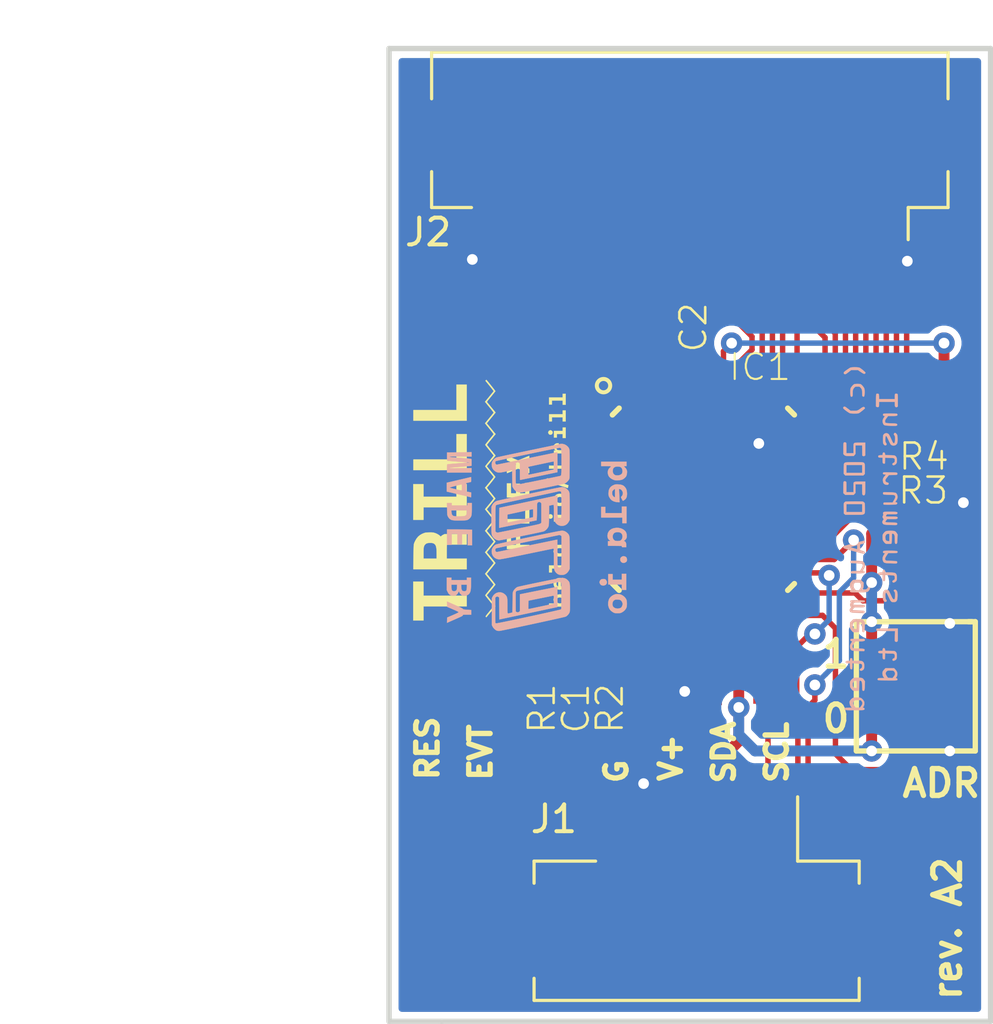
<source format=kicad_pcb>
(kicad_pcb (version 20171130) (host pcbnew "(5.1.8-0-10_14)")
  (layers (0 F.Cu signal) (31 B.Cu signal) (34 B.Paste user) (35 F.Paste user) (36 B.SilkS user) (37 F.SilkS user) (38 B.Mask user) (39 F.Mask user) (44 Edge.Cuts user))
  (net 0 "")
  (net 1 GND)
  (net 2 VCC)
  (net 3 "Net-(C2-Pad1)")
  (net 4 /EVENT)
  (net 5 /SENSE19)
  (net 6 /SENSE20)
  (net 7 /SENSE21)
  (net 8 /SENSE22)
  (net 9 /SENSE23)
  (net 10 /SENSE24)
  (net 11 /SENSE29)
  (net 12 /SENSE30)
  (net 13 "Net-(IC1-Pad17)")
  (net 14 /SENSE4)
  (net 15 /SENSE5)
  (net 16 /SENSE6)
  (net 17 /SENSE7)
  (net 18 /SENSE8)
  (net 19 /SENSE9)
  (net 20 /SENSE10)
  (net 21 /SENSE11)
  (net 22 /SENSE16)
  (net 23 /SENSE17)
  (net 24 /SENSE18)
  (net 25 /SENSE25)
  (net 26 /SENSE26)
  (net 27 /SENSE27)
  (net 28 /SENSE28)
  (net 29 "Net-(IC1-Pad22)")
  (net 30 "Net-(IC1-Pad23)")
  (net 31 "Net-(IC1-Pad24)")
  (net 32 /SENSE1)
  (net 33 /XRES)
  (net 34 /SENSE2)
  (net 35 /SENSE3)
  (net 36 /SENSE12)
  (net 37 /SENSE13)
  (net 38 /SENSE14)
  (net 39 /SENSE15)
  (net 40 /I2C_SCL)
  (net 41 /I2C_SDA)
  (module trill-flex-breakout:flex_silkscreen_bottom (layer B.Cu) (at 180.848 43.18)
    (fp_text reference G*** hide)
    (fp_text value LOGO hide)
  )
  (module trill-flex-breakout:flex_silkscreen_top (layer F.Cu) (at 183.896 45.085)
    (fp_text reference G*** hide)
    (fp_text value LOGO hide)
  )
  (module Connector_FFC-FPC:Hirose_FH12-32S-0.5SH_1x32-1MP_P0.50mm_Horizontal (layer F.Cu) (at 181.5084 29.5148 180)
    (fp_text reference J2 (at 9.779 -2.2225) (layer F.SilkS))
    (fp_text value Conn_01x32)
    (pad MP smd rect (at 9.65 1.4 180) (size 1.8 2.2) (layers F.Cu F.Paste F.Mask))
    (pad MP smd rect (at -9.65 1.4 180) (size 1.8 2.2) (layers F.Cu F.Paste F.Mask))
    (pad 1 smd rect (at -7.75 -1.85 180) (size 0.3 1.3) (layers F.Cu F.Paste F.Mask) (net 1 GND))
    (pad 2 smd rect (at -7.25 -1.85 180) (size 0.3 1.3) (layers F.Cu F.Paste F.Mask) (net 32 /SENSE1))
    (pad 3 smd rect (at -6.75 -1.85 180) (size 0.3 1.3) (layers F.Cu F.Paste F.Mask) (net 34 /SENSE2))
    (pad 4 smd rect (at -6.25 -1.85 180) (size 0.3 1.3) (layers F.Cu F.Paste F.Mask) (net 35 /SENSE3))
    (pad 5 smd rect (at -5.75 -1.85 180) (size 0.3 1.3) (layers F.Cu F.Paste F.Mask) (net 14 /SENSE4))
    (pad 6 smd rect (at -5.25 -1.85 180) (size 0.3 1.3) (layers F.Cu F.Paste F.Mask) (net 15 /SENSE5))
    (pad 7 smd rect (at -4.75 -1.85 180) (size 0.3 1.3) (layers F.Cu F.Paste F.Mask) (net 16 /SENSE6))
    (pad 8 smd rect (at -4.25 -1.85 180) (size 0.3 1.3) (layers F.Cu F.Paste F.Mask) (net 17 /SENSE7))
    (pad 9 smd rect (at -3.75 -1.85 180) (size 0.3 1.3) (layers F.Cu F.Paste F.Mask) (net 18 /SENSE8))
    (pad 10 smd rect (at -3.25 -1.85 180) (size 0.3 1.3) (layers F.Cu F.Paste F.Mask) (net 19 /SENSE9))
    (pad 11 smd rect (at -2.75 -1.85 180) (size 0.3 1.3) (layers F.Cu F.Paste F.Mask) (net 20 /SENSE10))
    (pad 12 smd rect (at -2.25 -1.85 180) (size 0.3 1.3) (layers F.Cu F.Paste F.Mask) (net 21 /SENSE11))
    (pad 13 smd rect (at -1.75 -1.85 180) (size 0.3 1.3) (layers F.Cu F.Paste F.Mask) (net 36 /SENSE12))
    (pad 14 smd rect (at -1.25 -1.85 180) (size 0.3 1.3) (layers F.Cu F.Paste F.Mask) (net 37 /SENSE13))
    (pad 15 smd rect (at -0.75 -1.85 180) (size 0.3 1.3) (layers F.Cu F.Paste F.Mask) (net 38 /SENSE14))
    (pad 16 smd rect (at -0.25 -1.85 180) (size 0.3 1.3) (layers F.Cu F.Paste F.Mask) (net 39 /SENSE15))
    (pad 17 smd rect (at 0.25 -1.85 180) (size 0.3 1.3) (layers F.Cu F.Paste F.Mask) (net 22 /SENSE16))
    (pad 18 smd rect (at 0.75 -1.85 180) (size 0.3 1.3) (layers F.Cu F.Paste F.Mask) (net 23 /SENSE17))
    (pad 19 smd rect (at 1.25 -1.85 180) (size 0.3 1.3) (layers F.Cu F.Paste F.Mask) (net 24 /SENSE18))
    (pad 20 smd rect (at 1.75 -1.85 180) (size 0.3 1.3) (layers F.Cu F.Paste F.Mask) (net 5 /SENSE19))
    (pad 21 smd rect (at 2.25 -1.85 180) (size 0.3 1.3) (layers F.Cu F.Paste F.Mask) (net 6 /SENSE20))
    (pad 22 smd rect (at 2.75 -1.85 180) (size 0.3 1.3) (layers F.Cu F.Paste F.Mask) (net 7 /SENSE21))
    (pad 23 smd rect (at 3.25 -1.85 180) (size 0.3 1.3) (layers F.Cu F.Paste F.Mask) (net 8 /SENSE22))
    (pad 24 smd rect (at 3.75 -1.85 180) (size 0.3 1.3) (layers F.Cu F.Paste F.Mask) (net 9 /SENSE23))
    (pad 25 smd rect (at 4.25 -1.85 180) (size 0.3 1.3) (layers F.Cu F.Paste F.Mask) (net 10 /SENSE24))
    (pad 26 smd rect (at 4.75 -1.85 180) (size 0.3 1.3) (layers F.Cu F.Paste F.Mask) (net 25 /SENSE25))
    (pad 27 smd rect (at 5.25 -1.85 180) (size 0.3 1.3) (layers F.Cu F.Paste F.Mask) (net 26 /SENSE26))
    (pad 28 smd rect (at 5.75 -1.85 180) (size 0.3 1.3) (layers F.Cu F.Paste F.Mask) (net 27 /SENSE27))
    (pad 29 smd rect (at 6.25 -1.85 180) (size 0.3 1.3) (layers F.Cu F.Paste F.Mask) (net 28 /SENSE28))
    (pad 30 smd rect (at 6.75 -1.85 180) (size 0.3 1.3) (layers F.Cu F.Paste F.Mask) (net 11 /SENSE29))
    (pad 31 smd rect (at 7.25 -1.85 180) (size 0.3 1.3) (layers F.Cu F.Paste F.Mask) (net 12 /SENSE30))
    (pad 32 smd rect (at 7.75 -1.85 180) (size 0.3 1.3) (layers F.Cu F.Paste F.Mask) (net 1 GND))
  )
  (module Connectors_JST:JST_PH_B4B-PH-SM4-TB_04x2.00mm_Straight (layer F.Cu) (at 181.7624 56.6928 180)
    (fp_text reference J1 (at 5.334 3.048 180) (layer F.SilkS))
    (fp_text value Conn_01x04_Female)
    (pad "" smd rect (at 5.4 -1.125 180) (size 1.6 3) (layers F.Cu F.Paste F.Mask))
    (pad "" smd rect (at -5.4 -1.125 180) (size 1.6 3) (layers F.Cu F.Paste F.Mask))
    (pad 4 smd rect (at 3 1.125 180) (size 1 5.5) (layers F.Cu F.Paste F.Mask) (net 1 GND))
    (pad 3 smd rect (at 1 1.125 180) (size 1 5.5) (layers F.Cu F.Paste F.Mask) (net 2 VCC))
    (pad 2 smd rect (at -1 1.125 180) (size 1 5.5) (layers F.Cu F.Paste F.Mask) (net 41 /I2C_SDA))
    (pad 1 smd rect (at -3 1.125 180) (size 1 5.5) (layers F.Cu F.Paste F.Mask) (net 40 /I2C_SCL))
  )
  (module trill-flex-base:C0603 (layer F.Cu) (at 182.2069 47.9933 90)
    (fp_text reference C1 (at -0.5207 -5.5245 270) (layer F.SilkS) (effects (font (size 0.9652 0.9652) (thickness 0.09652)) (justify right top)))
    (fp_text value C-USC0603)
    (pad 1 smd rect (at -0.85 0 90) (size 1.1 1) (layers F.Cu F.Paste F.Mask) (net 1 GND))
    (pad 2 smd rect (at 0.85 0 90) (size 1.1 1) (layers F.Cu F.Paste F.Mask) (net 2 VCC))
  )
  (module trill-flex-base:C0603 (layer F.Cu) (at 179.7304 35.6108 270)
    (fp_text reference C2 (at 0.6858 -1.3462 270) (layer F.SilkS) (effects (font (size 0.9652 0.9652) (thickness 0.09652)) (justify left top)))
    (fp_text value C-USC0603)
    (pad 2 smd rect (at 0.85 0 270) (size 1.1 1) (layers F.Cu F.Paste F.Mask) (net 1 GND))
    (pad 1 smd rect (at -0.85 0 270) (size 1.1 1) (layers F.Cu F.Paste F.Mask) (net 3 "Net-(C2-Pad1)"))
  )
  (module trill-flex-base:QFN48-LEADS (layer F.Cu) (at 182.0164 41.7068)
    (fp_text reference IC1 (at 0.889 -4.3688) (layer F.SilkS) (effects (font (size 0.9652 0.9652) (thickness 0.077216)) (justify left bottom)))
    (fp_text value CY8C206X6A)
    (pad 1 smd roundrect (at -3.5 -2.75) (size 1.1 0.3) (layers F.Cu F.Mask) (roundrect_rratio 0.5))
    (pad 2 smd roundrect (at -3.5 -2.25) (size 1.1 0.3) (layers F.Cu F.Mask) (roundrect_rratio 0.5) (net 24 /SENSE18))
    (pad 3 smd roundrect (at -3.5 -1.75) (size 1.1 0.3) (layers F.Cu F.Mask) (roundrect_rratio 0.5) (net 5 /SENSE19))
    (pad 4 smd roundrect (at -3.5 -1.25) (size 1.1 0.3) (layers F.Cu F.Mask) (roundrect_rratio 0.5) (net 6 /SENSE20))
    (pad 5 smd roundrect (at -3.5 -0.75) (size 1.1 0.3) (layers F.Cu F.Mask) (roundrect_rratio 0.5) (net 7 /SENSE21))
    (pad 6 smd roundrect (at -3.5 -0.25) (size 1.1 0.3) (layers F.Cu F.Mask) (roundrect_rratio 0.5) (net 8 /SENSE22))
    (pad 7 smd roundrect (at -3.5 0.25) (size 1.1 0.3) (layers F.Cu F.Mask) (roundrect_rratio 0.5) (net 9 /SENSE23))
    (pad 8 smd roundrect (at -3.5 0.75) (size 1.1 0.3) (layers F.Cu F.Mask) (roundrect_rratio 0.5) (net 10 /SENSE24))
    (pad 13 smd roundrect (at -2.75 3.5 90) (size 1.1 0.3) (layers F.Cu F.Mask) (roundrect_rratio 0.5) (net 11 /SENSE29))
    (pad 14 smd roundrect (at -2.25 3.5 90) (size 1.1 0.3) (layers F.Cu F.Mask) (roundrect_rratio 0.5))
    (pad 15 smd roundrect (at -1.75 3.5 90) (size 1.1 0.3) (layers F.Cu F.Mask) (roundrect_rratio 0.5))
    (pad 16 smd roundrect (at -1.25 3.5 90) (size 1.1 0.3) (layers F.Cu F.Mask) (roundrect_rratio 0.5) (net 12 /SENSE30))
    (pad 17 smd roundrect (at -0.75 3.5 90) (size 1.1 0.3) (layers F.Cu F.Mask) (roundrect_rratio 0.5) (net 13 "Net-(IC1-Pad17)"))
    (pad 18 smd roundrect (at -0.25 3.5 90) (size 1.1 0.3) (layers F.Cu F.Mask) (roundrect_rratio 0.5) (net 1 GND))
    (pad 19 smd roundrect (at 0.25 3.5 90) (size 1.1 0.3) (layers F.Cu F.Mask) (roundrect_rratio 0.5))
    (pad 20 smd roundrect (at 0.75 3.5 90) (size 1.1 0.3) (layers F.Cu F.Mask) (roundrect_rratio 0.5))
    (pad 29 smd roundrect (at 3.5 0.75 180) (size 1.1 0.3) (layers F.Cu F.Mask) (roundrect_rratio 0.5) (net 35 /SENSE3))
    (pad 30 smd roundrect (at 3.5 0.25 180) (size 1.1 0.3) (layers F.Cu F.Mask) (roundrect_rratio 0.5) (net 14 /SENSE4))
    (pad 31 smd roundrect (at 3.5 -0.25 180) (size 1.1 0.3) (layers F.Cu F.Mask) (roundrect_rratio 0.5) (net 15 /SENSE5))
    (pad 32 smd roundrect (at 3.5 -0.75 180) (size 1.1 0.3) (layers F.Cu F.Mask) (roundrect_rratio 0.5) (net 16 /SENSE6))
    (pad 33 smd roundrect (at 3.5 -1.25 180) (size 1.1 0.3) (layers F.Cu F.Mask) (roundrect_rratio 0.5) (net 17 /SENSE7))
    (pad 34 smd roundrect (at 3.5 -1.75 180) (size 1.1 0.3) (layers F.Cu F.Mask) (roundrect_rratio 0.5) (net 18 /SENSE8))
    (pad 35 smd roundrect (at 3.5 -2.25 180) (size 1.1 0.3) (layers F.Cu F.Mask) (roundrect_rratio 0.5) (net 19 /SENSE9))
    (pad 36 smd roundrect (at 3.5 -2.75 180) (size 1.1 0.3) (layers F.Cu F.Mask) (roundrect_rratio 0.5) (net 20 /SENSE10))
    (pad 41 smd roundrect (at 0.75 -3.5 270) (size 1.1 0.3) (layers F.Cu F.Mask) (roundrect_rratio 0.5) (net 2 VCC))
    (pad 42 smd roundrect (at 0.25 -3.5 270) (size 1.1 0.3) (layers F.Cu F.Mask) (roundrect_rratio 0.5))
    (pad 43 smd roundrect (at -0.25 -3.5 270) (size 1.1 0.3) (layers F.Cu F.Mask) (roundrect_rratio 0.5))
    (pad 44 smd roundrect (at -0.75 -3.5 270) (size 1.1 0.3) (layers F.Cu F.Mask) (roundrect_rratio 0.5) (net 39 /SENSE15))
    (pad 45 smd roundrect (at -1.25 -3.5 270) (size 1.1 0.3) (layers F.Cu F.Mask) (roundrect_rratio 0.5) (net 22 /SENSE16))
    (pad 46 smd roundrect (at -1.75 -3.5 270) (size 1.1 0.3) (layers F.Cu F.Mask) (roundrect_rratio 0.5) (net 23 /SENSE17))
    (pad 47 smd roundrect (at -2.25 -3.5 270) (size 1.1 0.3) (layers F.Cu F.Mask) (roundrect_rratio 0.5) (net 1 GND))
    (pad 48 smd roundrect (at -2.75 -3.5 270) (size 1.1 0.3) (layers F.Cu F.Mask) (roundrect_rratio 0.5) (net 3 "Net-(C2-Pad1)"))
    (pad EXP smd rect (at 0 0) (size 5.33 5.33) (layers F.Cu F.Mask) (net 1 GND))
    (pad 9 smd roundrect (at -3.5 1.25) (size 1.1 0.3) (layers F.Cu F.Mask) (roundrect_rratio 0.5) (net 25 /SENSE25))
    (pad 10 smd roundrect (at -3.5 1.75) (size 1.1 0.3) (layers F.Cu F.Mask) (roundrect_rratio 0.5) (net 26 /SENSE26))
    (pad 11 smd roundrect (at -3.5 2.25) (size 1.1 0.3) (layers F.Cu F.Mask) (roundrect_rratio 0.5) (net 27 /SENSE27))
    (pad 12 smd roundrect (at -3.5 2.75) (size 1.1 0.3) (layers F.Cu F.Mask) (roundrect_rratio 0.5) (net 28 /SENSE28))
    (pad 21 smd roundrect (at 1.25 3.5 90) (size 1.1 0.3) (layers F.Cu F.Mask) (roundrect_rratio 0.5) (net 2 VCC))
    (pad 22 smd roundrect (at 1.75 3.5 90) (size 1.1 0.3) (layers F.Cu F.Mask) (roundrect_rratio 0.5) (net 29 "Net-(IC1-Pad22)"))
    (pad 23 smd roundrect (at 2.25 3.5 90) (size 1.1 0.3) (layers F.Cu F.Mask) (roundrect_rratio 0.5) (net 30 "Net-(IC1-Pad23)"))
    (pad 24 smd roundrect (at 2.75 3.5 90) (size 1.1 0.3) (layers F.Cu F.Mask) (roundrect_rratio 0.5) (net 31 "Net-(IC1-Pad24)"))
    (pad 25 smd roundrect (at 3.5 2.75 180) (size 1.1 0.3) (layers F.Cu F.Mask) (roundrect_rratio 0.5) (net 4 /EVENT))
    (pad 26 smd roundrect (at 3.5 2.25 180) (size 1.1 0.3) (layers F.Cu F.Mask) (roundrect_rratio 0.5) (net 33 /XRES))
    (pad 27 smd roundrect (at 3.5 1.75 180) (size 1.1 0.3) (layers F.Cu F.Mask) (roundrect_rratio 0.5) (net 32 /SENSE1))
    (pad 28 smd roundrect (at 3.5 1.25 180) (size 1.1 0.3) (layers F.Cu F.Mask) (roundrect_rratio 0.5) (net 34 /SENSE2))
    (pad 37 smd roundrect (at 2.75 -3.5 270) (size 1.1 0.3) (layers F.Cu F.Mask) (roundrect_rratio 0.5) (net 21 /SENSE11))
    (pad 38 smd roundrect (at 2.25 -3.5 270) (size 1.1 0.3) (layers F.Cu F.Mask) (roundrect_rratio 0.5) (net 36 /SENSE12))
    (pad 39 smd roundrect (at 1.75 -3.5 270) (size 1.1 0.3) (layers F.Cu F.Mask) (roundrect_rratio 0.5) (net 37 /SENSE13))
    (pad 40 smd roundrect (at 1.25 -3.5 270) (size 1.1 0.3) (layers F.Cu F.Mask) (roundrect_rratio 0.5) (net 38 /SENSE14))
  )
  (module trill-flex-base:JST_PH02x2.00mm_only_pins (layer F.Cu) (at 172.6184 54.5518)
    (fp_text reference J3 hide)
    (fp_text value Conn_01x02_Female)
    (pad 2 smd rect (at 1.032 1.125) (size 1 5.5) (layers F.Cu F.Paste F.Mask) (net 4 /EVENT))
    (pad 1 smd rect (at -0.968 1.125) (size 1 5.5) (layers F.Cu F.Paste F.Mask) (net 33 /XRES))
  )
  (module trill-flex-base:DOUBLE_SOLDER_JUMPER (layer F.Cu) (at 188.8174 49.8983)
    (fp_text reference Jumper0 hide)
    (fp_text value Conn_01x03_Female hide)
    (pad 3 smd rect (at 2.4003 0) (size 1 1.2) (layers F.Cu F.Paste F.Mask) (net 1 GND))
    (pad 2 smd rect (at 1.2 0) (size 1 1.2) (layers F.Cu F.Paste F.Mask) (net 30 "Net-(IC1-Pad23)"))
    (pad 1 smd rect (at 0 0) (size 1 1.2) (layers F.Cu F.Paste F.Mask) (net 2 VCC))
  )
  (module trill-flex-base:DOUBLE_SOLDER_JUMPER (layer F.Cu) (at 188.8174 47.5488)
    (fp_text reference Jumper1 hide)
    (fp_text value Conn_01x03_Female hide)
    (pad 1 smd rect (at 0 0) (size 1 1.2) (layers F.Cu F.Paste F.Mask) (net 2 VCC))
    (pad 2 smd rect (at 1.2 0) (size 1 1.2) (layers F.Cu F.Paste F.Mask) (net 31 "Net-(IC1-Pad24)"))
    (pad 3 smd rect (at 2.4003 0) (size 1 1.2) (layers F.Cu F.Paste F.Mask) (net 1 GND))
  )
  (module trill-flex-base:R0603 (layer F.Cu) (at 179.9844 47.9933 270)
    (fp_text reference R1 (at 0.5207 4.572 270) (layer F.SilkS) (effects (font (size 0.9652 0.9652) (thickness 0.09652)) (justify right top)))
    (fp_text value R-EU_R0603)
    (pad 1 smd rect (at -0.85 0 270) (size 1 1.1) (layers F.Cu F.Paste F.Mask) (net 13 "Net-(IC1-Pad17)"))
    (pad 2 smd rect (at 0.85 0 270) (size 1 1.1) (layers F.Cu F.Paste F.Mask) (net 40 /I2C_SCL))
  )
  (module trill-flex-base:R0603 (layer F.Cu) (at 184.4294 47.9933 270)
    (fp_text reference R2 (at 0.5207 6.477 270) (layer F.SilkS) (effects (font (size 0.9652 0.9652) (thickness 0.09652)) (justify right top)))
    (fp_text value R-EU_R0603)
    (pad 2 smd rect (at 0.85 0 270) (size 1 1.1) (layers F.Cu F.Paste F.Mask) (net 41 /I2C_SDA))
    (pad 1 smd rect (at -0.85 0 270) (size 1 1.1) (layers F.Cu F.Paste F.Mask) (net 29 "Net-(IC1-Pad22)"))
  )
  (module trill-flex-base:R0603 (layer F.Cu) (at 190.9064 44.7548)
    (fp_text reference R3 (at 0.3302 -3.937 -180) (layer F.SilkS) (effects (font (size 0.9652 0.9652) (thickness 0.09652)) (justify right top)))
    (fp_text value R-EU_R0603)
    (pad 2 smd rect (at 0.85 0) (size 1 1.1) (layers F.Cu F.Paste F.Mask) (net 1 GND))
    (pad 1 smd rect (at -0.85 0) (size 1 1.1) (layers F.Cu F.Paste F.Mask) (net 30 "Net-(IC1-Pad23)"))
  )
  (module trill-flex-base:R0603 (layer F.Cu) (at 190.9064 42.9768)
    (fp_text reference R4 (at 0.3556 -3.429 -180) (layer F.SilkS) (effects (font (size 0.9652 0.9652) (thickness 0.09652)) (justify right top)))
    (fp_text value R-EU_R0603)
    (pad 1 smd rect (at -0.85 0) (size 1 1.1) (layers F.Cu F.Paste F.Mask) (net 31 "Net-(IC1-Pad24)"))
    (pad 2 smd rect (at 0.85 0) (size 1 1.1) (layers F.Cu F.Paste F.Mask) (net 1 GND))
  )
  (gr_text SCL (at 184.7596 51.1556 90) (layer F.SilkS) (effects (font (size 0.8 0.8) (thickness 0.2))))
  (gr_text SDA (at 182.7784 51.1556 90) (layer F.SilkS) (effects (font (size 0.8 0.8) (thickness 0.2))))
  (gr_text V+ (at 180.7972 51.3588 90) (layer F.SilkS) (effects (font (size 0.8 0.8) (thickness 0.2))))
  (gr_text G (at 178.7652 51.8668 90) (layer F.SilkS) (effects (font (size 0.8 0.8) (thickness 0.2))))
  (gr_text EVT (at 173.6852 51.1556 90) (layer F.SilkS) (effects (font (size 0.8 0.8) (thickness 0.2))))
  (gr_text RES (at 171.704 51.0032 90) (layer F.SilkS) (effects (font (size 0.8 0.8) (thickness 0.2))))
  (gr_text "rev. A2" (at 191.135 57.7342 90) (layer F.SilkS) (effects (font (size 1 1) (thickness 0.2))))
  (gr_text ADR (at 190.9064 52.3113) (layer F.SilkS) (effects (font (size 1 1) (thickness 0.2))))
  (gr_text 1 (at 186.9694 47.4853) (layer F.SilkS) (effects (font (size 1 1) (thickness 0.2))))
  (gr_text 0 (at 186.9694 49.8983) (layer F.SilkS) (effects (font (size 1 1) (thickness 0.2))))
  (gr_line (start 192.1764 46.2788) (end 191.9224 46.2788) (layer F.SilkS) (width 0.2))
  (gr_line (start 192.1764 51.1048) (end 192.1764 46.2788) (layer F.SilkS) (width 0.2))
  (gr_line (start 187.7314 51.1048) (end 192.1764 51.1048) (layer F.SilkS) (width 0.2))
  (gr_line (start 187.7314 46.2788) (end 192.0494 46.2788) (layer F.SilkS) (width 0.2))
  (gr_line (start 187.7314 51.1048) (end 187.7314 46.2788) (layer F.SilkS) (width 0.2))
  (gr_circle (center 178.2826 37.465) (end 178.5112 37.5666) (layer F.SilkS) (width 0.15))
  (gr_line (start 170.2689 61.2013) (end 172.2374 61.2013) (layer Edge.Cuts) (width 0.2))
  (gr_line (start 170.2689 24.8793) (end 170.2689 61.2013) (layer Edge.Cuts) (width 0.2))
  (gr_line (start 192.7479 61.2013) (end 172.2374 61.2013) (layer Edge.Cuts) (width 0.2))
  (gr_line (start 192.7479 24.8793) (end 192.7479 61.2013) (layer Edge.Cuts) (width 0.2))
  (gr_line (start 170.2689 24.8793) (end 192.7479 24.8793) (layer Edge.Cuts) (width 0.2))
  (segment (start 179.7664 36.4968) (end 179.7304 36.4608) (width 0.25) (layer F.Cu) (net 1))
  (segment (start 179.7304 39.4208) (end 180.0479 39.7383) (width 0.2032) (layer F.Cu) (net 1))
  (segment (start 181.7664 41.9568) (end 182.0164 41.7068) (width 0.2032) (layer F.Cu) (net 1))
  (segment (start 181.7664 45.2068) (end 181.7664 41.9568) (width 0.25) (layer F.Cu) (net 1))
  (segment (start 180.0479 39.7383) (end 182.0164 41.7068) (width 0.2032) (layer F.Cu) (net 1))
  (via (at 184.0865 39.624) (size 0.8) (drill 0.4) (layers F.Cu B.Cu) (net 1))
  (via (at 191.7319 41.8338) (size 0.8) (drill 0.4) (layers F.Cu B.Cu) (net 1))
  (segment (start 191.7564 41.8583) (end 191.7319 41.8338) (width 0.2032) (layer F.Cu) (net 1))
  (segment (start 191.7564 42.9768) (end 191.7564 41.8583) (width 0.2032) (layer F.Cu) (net 1))
  (segment (start 191.7564 42.9768) (end 191.7564 44.7548) (width 0.2032) (layer F.Cu) (net 1))
  (via (at 191.2239 46.3423) (size 0.8) (drill 0.4) (layers F.Cu B.Cu) (net 1))
  (via (at 191.2239 51.1048) (size 0.8) (drill 0.4) (layers F.Cu B.Cu) (net 1))
  (segment (start 191.2177 51.0986) (end 191.2239 51.1048) (width 0.2032) (layer F.Cu) (net 1))
  (segment (start 191.2177 49.8983) (end 191.2177 51.0986) (width 0.2032) (layer F.Cu) (net 1))
  (via (at 181.3179 48.8823) (size 0.8) (drill 0.4) (layers F.Cu B.Cu) (net 1))
  (segment (start 179.7664 39.4568) (end 182.0164 41.7068) (width 0.25) (layer F.Cu) (net 1))
  (segment (start 179.7664 38.2068) (end 179.7664 39.4568) (width 0.25) (layer F.Cu) (net 1))
  (via (at 173.3804 32.7533) (size 0.8) (drill 0.4) (layers F.Cu B.Cu) (net 1))
  (segment (start 173.7584 32.3753) (end 173.3804 32.7533) (width 0.25) (layer F.Cu) (net 1))
  (segment (start 173.7584 31.3648) (end 173.7584 32.3753) (width 0.25) (layer F.Cu) (net 1))
  (via (at 189.6364 32.8168) (size 0.8) (drill 0.4) (layers F.Cu B.Cu) (net 1))
  (segment (start 189.2584 32.5023) (end 189.2584 31.3648) (width 0.25) (layer F.Cu) (net 1))
  (segment (start 189.5729 32.8168) (end 189.2584 32.5023) (width 0.25) (layer F.Cu) (net 1))
  (via (at 179.7812 52.324) (size 0.8) (drill 0.4) (layers F.Cu B.Cu) (net 1))
  (segment (start 181.3179 48.8188) (end 181.3179 48.126115) (width 0.4064) (layer F.Cu) (net 1))
  (segment (start 181.4449 48.8823) (end 181.3814 48.8823) (width 0.4064) (layer F.Cu) (net 1))
  (segment (start 181.3814 48.8823) (end 181.3179 48.8188) (width 0.4064) (layer F.Cu) (net 1))
  (segment (start 181.3179 48.126115) (end 181.3179 46.5328) (width 0.4064) (layer F.Cu) (net 1))
  (segment (start 181.7664 46.0843) (end 181.3179 46.5328) (width 0.2032) (layer F.Cu) (net 1))
  (segment (start 181.7664 45.2068) (end 181.7664 46.0843) (width 0.2032) (layer F.Cu) (net 1))
  (segment (start 181.4839 48.8433) (end 181.4449 48.8823) (width 0.4064) (layer F.Cu) (net 1))
  (segment (start 191.2177 46.3485) (end 191.2239 46.3423) (width 0.2032) (layer F.Cu) (net 1))
  (segment (start 191.2177 47.5488) (end 191.2177 46.3485) (width 0.2032) (layer F.Cu) (net 1))
  (segment (start 182.1679 48.8823) (end 182.2069 48.8433) (width 0.4064) (layer F.Cu) (net 1))
  (segment (start 181.4449 48.8823) (end 182.1679 48.8823) (width 0.4064) (layer F.Cu) (net 1))
  (segment (start 178.7779 55.5523) (end 178.7624 55.5678) (width 0.4064) (layer F.Cu) (net 1))
  (segment (start 178.7624 53.3428) (end 179.7812 52.324) (width 0.4064) (layer F.Cu) (net 1))
  (segment (start 178.7624 55.5678) (end 178.7624 53.3428) (width 0.4064) (layer F.Cu) (net 1))
  (segment (start 179.7664 38.2068) (end 179.7664 36.4968) (width 0.25) (layer F.Cu) (net 1))
  (via (at 188.3029 51.1048) (size 0.8) (drill 0.4) (layers F.Cu B.Cu) (net 2))
  (segment (start 188.6269 50.0888) (end 188.8174 49.8983) (width 0.4064) (layer F.Cu) (net 2))
  (segment (start 188.8174 49.8983) (end 188.8174 47.5488) (width 0.4064) (layer F.Cu) (net 2))
  (via (at 183.0705 35.8775) (size 0.8) (drill 0.4) (layers F.Cu B.Cu) (net 2))
  (via (at 188.3029 44.8183) (size 0.8) (drill 0.4) (layers F.Cu B.Cu) (net 2))
  (via (at 188.3029 46.2788) (size 0.8) (drill 0.4) (layers F.Cu B.Cu) (net 2))
  (segment (start 188.3029 44.8183) (end 188.3029 46.2788) (width 0.4064) (layer B.Cu) (net 2))
  (segment (start 188.3029 47.0343) (end 188.8174 47.5488) (width 0.4064) (layer F.Cu) (net 2))
  (segment (start 188.3029 46.2788) (end 188.3029 47.0343) (width 0.4064) (layer F.Cu) (net 2))
  (segment (start 188.5634 50.1523) (end 188.8174 49.8983) (width 0.4064) (layer F.Cu) (net 2))
  (segment (start 188.3029 42.994498) (end 188.3029 44.8183) (width 0.4064) (layer F.Cu) (net 2))
  (via (at 191.008 35.8775) (size 0.8) (drill 0.4) (layers F.Cu B.Cu) (net 2))
  (segment (start 183.2664 46.4493) (end 183.3499 46.5328) (width 0.2032) (layer F.Cu) (net 2))
  (segment (start 183.2664 45.2068) (end 183.2664 46.4493) (width 0.2032) (layer F.Cu) (net 2))
  (segment (start 188.3029 50.4128) (end 188.8174 49.8983) (width 0.4064) (layer F.Cu) (net 2))
  (segment (start 188.3029 51.1048) (end 188.3029 50.4128) (width 0.4064) (layer F.Cu) (net 2))
  (segment (start 182.2069 47.1433) (end 183.3254 47.1433) (width 0.4064) (layer F.Cu) (net 2))
  (via (at 183.3372 49.4792) (size 0.8) (drill 0.4) (layers F.Cu B.Cu) (net 2))
  (segment (start 180.7624 53.3178) (end 183.3499 50.7303) (width 0.4064) (layer F.Cu) (net 2))
  (segment (start 180.7624 55.5678) (end 180.7624 53.3178) (width 0.4064) (layer F.Cu) (net 2))
  (segment (start 183.3372 50.7176) (end 183.3372 49.4792) (width 0.4064) (layer F.Cu) (net 2))
  (segment (start 183.3499 50.7303) (end 183.3372 50.7176) (width 0.4064) (layer F.Cu) (net 2))
  (segment (start 183.3372 47.1805) (end 183.3372 49.4792) (width 0.4064) (layer F.Cu) (net 2))
  (segment (start 183.3372 49.4792) (end 183.3372 50.4952) (width 0.4064) (layer B.Cu) (net 2))
  (segment (start 183.9468 51.1048) (end 188.3029 51.1048) (width 0.4064) (layer B.Cu) (net 2))
  (segment (start 183.3372 50.4952) (end 183.9468 51.1048) (width 0.4064) (layer B.Cu) (net 2))
  (segment (start 182.7664 36.1816) (end 183.0705 35.8775) (width 0.2032) (layer F.Cu) (net 2))
  (segment (start 182.7664 38.2068) (end 182.7664 36.1816) (width 0.2032) (layer F.Cu) (net 2))
  (segment (start 191.008 40.289398) (end 190.754 40.543398) (width 0.4064) (layer F.Cu) (net 2))
  (segment (start 190.754 40.543398) (end 188.3029 42.994498) (width 0.4064) (layer F.Cu) (net 2))
  (segment (start 190.8429 40.454498) (end 190.754 40.543398) (width 0.4064) (layer F.Cu) (net 2))
  (segment (start 191.008 35.8775) (end 183.0705 35.8775) (width 0.2032) (layer B.Cu) (net 2))
  (segment (start 191.008 35.8775) (end 191.008 40.289398) (width 0.4064) (layer F.Cu) (net 2))
  (segment (start 183.3372 47.1805) (end 183.3372 46.6344) (width 0.4064) (layer F.Cu) (net 2))
  (segment (start 179.7304 34.907878) (end 179.7304 34.7608) (width 0.2032) (layer F.Cu) (net 3))
  (segment (start 178.8414 35.796878) (end 179.7304 34.907878) (width 0.2032) (layer F.Cu) (net 3))
  (segment (start 178.8414 37.1983) (end 178.8414 35.796878) (width 0.2032) (layer F.Cu) (net 3))
  (segment (start 179.2664 38.2068) (end 179.2859 37.7063) (width 0.2032) (layer F.Cu) (net 3))
  (segment (start 179.2859 37.7063) (end 179.2859 37.6428) (width 0.2032) (layer F.Cu) (net 3))
  (segment (start 179.2859 37.6428) (end 178.8414 37.1983) (width 0.2032) (layer F.Cu) (net 3))
  (via (at 186.7154 44.5516) (size 0.8) (drill 0.4) (layers F.Cu B.Cu) (net 4))
  (segment (start 186.6206 44.4568) (end 186.7154 44.5516) (width 0.2032) (layer F.Cu) (net 4))
  (segment (start 185.5164 44.4568) (end 186.6206 44.4568) (width 0.2032) (layer F.Cu) (net 4))
  (via (at 186.182 46.736) (size 0.8) (drill 0.4) (layers F.Cu B.Cu) (net 4))
  (segment (start 173.6504 59.2869) (end 173.6504 55.5678) (width 0.2032) (layer F.Cu) (net 4))
  (segment (start 174.3075 59.944) (end 173.6504 59.2869) (width 0.2032) (layer F.Cu) (net 4))
  (segment (start 184.139122 59.944) (end 174.3075 59.944) (width 0.2032) (layer F.Cu) (net 4))
  (segment (start 185.547 58.536122) (end 184.139122 59.944) (width 0.2032) (layer F.Cu) (net 4))
  (segment (start 185.9915 46.736) (end 185.502599 47.224901) (width 0.2032) (layer F.Cu) (net 4))
  (segment (start 185.502599 47.224901) (end 185.502599 49.358599) (width 0.2032) (layer F.Cu) (net 4))
  (segment (start 186.182 46.736) (end 185.9915 46.736) (width 0.2032) (layer F.Cu) (net 4))
  (segment (start 185.547 49.403) (end 185.547 52.3875) (width 0.2032) (layer F.Cu) (net 4))
  (segment (start 185.502599 49.358599) (end 185.547 49.403) (width 0.2032) (layer F.Cu) (net 4))
  (segment (start 185.547 52.3875) (end 185.547 58.536122) (width 0.2032) (layer F.Cu) (net 4))
  (segment (start 185.547 52.197) (end 185.547 52.3875) (width 0.2032) (layer F.Cu) (net 4))
  (segment (start 186.7154 46.2026) (end 186.182 46.736) (width 0.2032) (layer B.Cu) (net 4))
  (segment (start 186.7154 44.5516) (end 186.7154 46.2026) (width 0.2032) (layer B.Cu) (net 4))
  (segment (start 177.1904 39.2808) (end 177.8664 39.9568) (width 0.2032) (layer F.Cu) (net 5))
  (segment (start 179.7584 32.641049) (end 178.5112 33.888249) (width 0.2032) (layer F.Cu) (net 5))
  (segment (start 178.5112 35.049422) (end 177.1904 36.370222) (width 0.2032) (layer F.Cu) (net 5))
  (segment (start 178.5112 33.888249) (end 178.5112 35.049422) (width 0.2032) (layer F.Cu) (net 5))
  (segment (start 177.1904 36.370222) (end 177.1904 39.2808) (width 0.2032) (layer F.Cu) (net 5))
  (segment (start 177.8664 39.9568) (end 178.5164 39.9568) (width 0.2032) (layer F.Cu) (net 5))
  (segment (start 179.7584 31.3648) (end 179.7584 32.641049) (width 0.2032) (layer F.Cu) (net 5))
  (segment (start 178.5164 40.4568) (end 177.827571 40.4568) (width 0.2032) (layer F.Cu) (net 6))
  (segment (start 177.827571 40.4568) (end 176.80939 39.438619) (width 0.2032) (layer F.Cu) (net 6))
  (segment (start 179.2584 32.218) (end 179.2584 31.3648) (width 0.2032) (layer F.Cu) (net 6))
  (segment (start 178.13019 34.863358) (end 178.13019 33.555158) (width 0.2032) (layer F.Cu) (net 6))
  (segment (start 176.80939 36.184158) (end 178.13019 34.863358) (width 0.2032) (layer F.Cu) (net 6))
  (segment (start 176.80939 36.83) (end 176.80939 36.184158) (width 0.2032) (layer F.Cu) (net 6))
  (segment (start 179.2584 32.426948) (end 179.2584 32.218) (width 0.2032) (layer F.Cu) (net 6))
  (segment (start 178.13019 33.555158) (end 179.2584 32.426948) (width 0.2032) (layer F.Cu) (net 6))
  (segment (start 176.80939 39.438619) (end 176.80939 36.83) (width 0.2032) (layer F.Cu) (net 6))
  (segment (start 176.80939 36.83) (end 176.80939 36.72299) (width 0.2032) (layer F.Cu) (net 6))
  (segment (start 178.7584 32.388118) (end 178.7584 32.218) (width 0.2032) (layer F.Cu) (net 7))
  (segment (start 177.74918 34.705538) (end 177.74918 33.397338) (width 0.2032) (layer F.Cu) (net 7))
  (segment (start 176.428379 36.026339) (end 177.74918 34.705538) (width 0.2032) (layer F.Cu) (net 7))
  (segment (start 176.428379 39.596438) (end 176.428379 36.026339) (width 0.2032) (layer F.Cu) (net 7))
  (segment (start 177.788741 40.9568) (end 176.428379 39.596438) (width 0.2032) (layer F.Cu) (net 7))
  (segment (start 178.7584 32.218) (end 178.7584 31.3648) (width 0.2032) (layer F.Cu) (net 7))
  (segment (start 177.74918 33.397338) (end 178.7584 32.388118) (width 0.2032) (layer F.Cu) (net 7))
  (segment (start 178.5164 40.9568) (end 177.788741 40.9568) (width 0.2032) (layer F.Cu) (net 7))
  (segment (start 178.2584 32.218) (end 178.2584 31.3648) (width 0.2032) (layer F.Cu) (net 8))
  (segment (start 178.2584 32.349288) (end 178.2584 32.218) (width 0.2032) (layer F.Cu) (net 8))
  (segment (start 177.36817 33.239518) (end 178.2584 32.349288) (width 0.2032) (layer F.Cu) (net 8))
  (segment (start 176.047369 35.86852) (end 177.36817 34.547719) (width 0.2032) (layer F.Cu) (net 8))
  (segment (start 177.749912 41.4568) (end 176.047368 39.754256) (width 0.2032) (layer F.Cu) (net 8))
  (segment (start 177.36817 34.547719) (end 177.36817 33.239518) (width 0.2032) (layer F.Cu) (net 8))
  (segment (start 176.047368 39.754256) (end 176.047369 35.86852) (width 0.2032) (layer F.Cu) (net 8))
  (segment (start 178.5164 41.4568) (end 177.749912 41.4568) (width 0.2032) (layer F.Cu) (net 8))
  (segment (start 177.711082 41.9568) (end 178.5164 41.9568) (width 0.2032) (layer F.Cu) (net 9))
  (segment (start 175.666357 39.912075) (end 177.711082 41.9568) (width 0.2032) (layer F.Cu) (net 9))
  (segment (start 176.9618 34.415261) (end 175.666361 35.7107) (width 0.2032) (layer F.Cu) (net 9))
  (segment (start 175.666361 35.7107) (end 175.666357 36.249533) (width 0.2032) (layer F.Cu) (net 9))
  (segment (start 176.9618 33.107059) (end 176.9618 34.415261) (width 0.2032) (layer F.Cu) (net 9))
  (segment (start 177.7584 32.310459) (end 176.9618 33.107059) (width 0.2032) (layer F.Cu) (net 9))
  (segment (start 175.666357 36.249533) (end 175.666357 39.912075) (width 0.2032) (layer F.Cu) (net 9))
  (segment (start 177.7584 31.3648) (end 177.7584 32.310459) (width 0.2032) (layer F.Cu) (net 9))
  (segment (start 177.672252 42.4568) (end 175.285346 40.069894) (width 0.2032) (layer F.Cu) (net 10))
  (segment (start 178.5164 42.4568) (end 177.672252 42.4568) (width 0.2032) (layer F.Cu) (net 10))
  (segment (start 177.2584 32.271631) (end 176.5808 32.949231) (width 0.2032) (layer F.Cu) (net 10))
  (segment (start 177.2584 31.3648) (end 177.2584 32.271631) (width 0.2032) (layer F.Cu) (net 10))
  (segment (start 175.285346 35.552887) (end 175.285346 36.3474) (width 0.2032) (layer F.Cu) (net 10))
  (segment (start 176.5808 34.257433) (end 175.285346 35.552887) (width 0.2032) (layer F.Cu) (net 10))
  (segment (start 176.5808 32.949231) (end 176.5808 34.257433) (width 0.2032) (layer F.Cu) (net 10))
  (segment (start 175.285346 36.3474) (end 175.285346 36.091714) (width 0.2032) (layer F.Cu) (net 10))
  (segment (start 175.285346 40.069894) (end 175.285346 36.3474) (width 0.2032) (layer F.Cu) (net 10))
  (segment (start 177.728105 45.206799) (end 177.149106 44.6278) (width 0.2032) (layer F.Cu) (net 11))
  (segment (start 179.2664 45.2068) (end 177.728105 45.206799) (width 0.2032) (layer F.Cu) (net 11))
  (segment (start 177.149106 44.6278) (end 173.380291 40.858985) (width 0.2032) (layer F.Cu) (net 11))
  (segment (start 177.240126 44.71882) (end 177.149106 44.6278) (width 0.2032) (layer F.Cu) (net 11))
  (segment (start 173.380291 40.858985) (end 173.380291 35.356909) (width 0.2032) (layer F.Cu) (net 11))
  (segment (start 173.380291 35.356909) (end 173.380295 35.356905) (width 0.2032) (layer F.Cu) (net 11))
  (segment (start 173.380295 35.356905) (end 173.380296 35.302612) (width 0.2032) (layer F.Cu) (net 11))
  (segment (start 173.380295 35.356905) (end 173.380295 34.747305) (width 0.2032) (layer F.Cu) (net 11))
  (segment (start 174.7584 32.062686) (end 174.7584 31.3648) (width 0.2032) (layer F.Cu) (net 11))
  (segment (start 174.67579 32.145296) (end 174.7584 32.062686) (width 0.2032) (layer F.Cu) (net 11))
  (segment (start 174.67579 33.45181) (end 174.67579 32.145296) (width 0.2032) (layer F.Cu) (net 11))
  (segment (start 173.380295 34.747305) (end 174.67579 33.45181) (width 0.2032) (layer F.Cu) (net 11))
  (segment (start 178.134277 46.1518) (end 180.4714 46.1518) (width 0.2032) (layer F.Cu) (net 12))
  (segment (start 172.999287 35.199084) (end 172.999281 35.19909) (width 0.2032) (layer F.Cu) (net 12))
  (segment (start 180.4714 46.1518) (end 180.7664 45.8568) (width 0.2032) (layer F.Cu) (net 12))
  (segment (start 174.2584 31.3648) (end 174.2584 33.330372) (width 0.2032) (layer F.Cu) (net 12))
  (segment (start 172.999287 34.589485) (end 172.999287 35.199084) (width 0.2032) (layer F.Cu) (net 12))
  (segment (start 172.999281 41.016804) (end 178.134277 46.1518) (width 0.2032) (layer F.Cu) (net 12))
  (segment (start 172.999281 35.19909) (end 172.999281 41.016804) (width 0.2032) (layer F.Cu) (net 12))
  (segment (start 180.7664 45.8568) (end 180.7664 45.2068) (width 0.2032) (layer F.Cu) (net 12))
  (segment (start 174.2584 33.330372) (end 172.999287 34.589485) (width 0.2032) (layer F.Cu) (net 12))
  (segment (start 180.1749 47.1433) (end 180.1749 46.987129) (width 0.2032) (layer F.Cu) (net 13))
  (segment (start 180.7376 46.4401) (end 180.0344 47.1433) (width 0.2032) (layer F.Cu) (net 13))
  (segment (start 180.7376 46.424429) (end 180.7376 46.4401) (width 0.2032) (layer F.Cu) (net 13))
  (segment (start 180.0344 47.1433) (end 179.9844 47.1433) (width 0.2032) (layer F.Cu) (net 13))
  (segment (start 181.2664 45.895629) (end 180.7376 46.424429) (width 0.2032) (layer F.Cu) (net 13))
  (segment (start 181.2664 45.2068) (end 181.2664 45.895629) (width 0.2032) (layer F.Cu) (net 13))
  (segment (start 187.2584 31.3648) (end 187.2584 33.671599) (width 0.2032) (layer F.Cu) (net 14))
  (segment (start 188.468048 39.849296) (end 186.360544 41.9568) (width 0.2032) (layer F.Cu) (net 14))
  (segment (start 188.468048 34.881247) (end 188.468048 39.849296) (width 0.2032) (layer F.Cu) (net 14))
  (segment (start 186.360544 41.9568) (end 185.5164 41.9568) (width 0.2032) (layer F.Cu) (net 14))
  (segment (start 187.2584 33.671599) (end 188.468048 34.881247) (width 0.2032) (layer F.Cu) (net 14))
  (segment (start 188.08704 39.691476) (end 188.087039 35.039065) (width 0.2032) (layer F.Cu) (net 15))
  (segment (start 186.321715 41.4568) (end 188.08704 39.691476) (width 0.2032) (layer F.Cu) (net 15))
  (segment (start 185.5164 41.4568) (end 186.321715 41.4568) (width 0.2032) (layer F.Cu) (net 15))
  (segment (start 186.7584 33.71043) (end 187.27447 34.2265) (width 0.2032) (layer F.Cu) (net 15))
  (segment (start 186.7584 31.3648) (end 186.7584 33.71043) (width 0.2032) (layer F.Cu) (net 15))
  (segment (start 187.27447 34.2265) (end 186.886983 33.839014) (width 0.2032) (layer F.Cu) (net 15))
  (segment (start 188.087039 35.039065) (end 187.27447 34.2265) (width 0.2032) (layer F.Cu) (net 15))
  (segment (start 187.70603 39.533657) (end 186.282887 40.9568) (width 0.2032) (layer F.Cu) (net 16))
  (segment (start 187.70603 35.196886) (end 187.70603 39.533657) (width 0.2032) (layer F.Cu) (net 16))
  (segment (start 186.2584 33.74926) (end 187.70603 35.196886) (width 0.2032) (layer F.Cu) (net 16))
  (segment (start 186.1664 40.9568) (end 185.5164 40.9568) (width 0.2032) (layer F.Cu) (net 16))
  (segment (start 186.282887 40.9568) (end 186.1664 40.9568) (width 0.2032) (layer F.Cu) (net 16))
  (segment (start 186.2584 31.3648) (end 186.2584 33.74926) (width 0.2032) (layer F.Cu) (net 16))
  (segment (start 186.1664 40.4568) (end 185.5164 40.4568) (width 0.2032) (layer F.Cu) (net 17))
  (segment (start 186.244058 40.4568) (end 186.1664 40.4568) (width 0.2032) (layer F.Cu) (net 17))
  (segment (start 187.32502 35.354705) (end 187.32502 39.375838) (width 0.2032) (layer F.Cu) (net 17))
  (segment (start 187.32502 39.375838) (end 186.244058 40.4568) (width 0.2032) (layer F.Cu) (net 17))
  (segment (start 185.7584 33.788086) (end 187.32502 35.354705) (width 0.2032) (layer F.Cu) (net 17))
  (segment (start 185.7584 31.3648) (end 185.7584 33.788086) (width 0.2032) (layer F.Cu) (net 17))
  (segment (start 186.1664 39.9568) (end 185.5164 39.9568) (width 0.2032) (layer F.Cu) (net 18))
  (segment (start 186.205229 39.9568) (end 186.1664 39.9568) (width 0.2032) (layer F.Cu) (net 18))
  (segment (start 186.94401 39.218019) (end 186.205229 39.9568) (width 0.2032) (layer F.Cu) (net 18))
  (segment (start 186.94401 35.512524) (end 186.94401 39.218019) (width 0.2032) (layer F.Cu) (net 18))
  (segment (start 185.2584 33.826915) (end 186.94401 35.512524) (width 0.2032) (layer F.Cu) (net 18))
  (segment (start 185.2584 31.3648) (end 185.2584 33.826915) (width 0.2032) (layer F.Cu) (net 18))
  (segment (start 184.7584 33.865743) (end 186.563 35.670343) (width 0.2032) (layer F.Cu) (net 19))
  (segment (start 184.7584 31.3648) (end 184.7584 33.865743) (width 0.2032) (layer F.Cu) (net 19))
  (segment (start 186.563 39.0602) (end 186.1664 39.4568) (width 0.2032) (layer F.Cu) (net 19))
  (segment (start 186.1664 39.4568) (end 185.5164 39.4568) (width 0.2032) (layer F.Cu) (net 19))
  (segment (start 186.563 35.670343) (end 186.563 39.0602) (width 0.2032) (layer F.Cu) (net 19))
  (segment (start 184.2584 33.904571) (end 185.5164 35.162571) (width 0.2032) (layer F.Cu) (net 20))
  (segment (start 184.2584 31.3648) (end 184.2584 33.904571) (width 0.2032) (layer F.Cu) (net 20))
  (segment (start 185.5164 35.162571) (end 185.5164 39.027389) (width 0.2032) (layer F.Cu) (net 20))
  (segment (start 184.97553 35.160529) (end 184.97553 36.59447) (width 0.2032) (layer F.Cu) (net 21))
  (segment (start 183.7584 33.9434) (end 184.97553 35.160529) (width 0.2032) (layer F.Cu) (net 21))
  (segment (start 183.7584 31.3648) (end 183.7584 33.9434) (width 0.2032) (layer F.Cu) (net 21))
  (segment (start 184.7664 36.8036) (end 184.7664 38.2068) (width 0.2032) (layer F.Cu) (net 21))
  (segment (start 184.97553 36.59447) (end 184.7664 36.8036) (width 0.2032) (layer F.Cu) (net 21))
  (segment (start 181.2584 32.218) (end 181.2584 31.3648) (width 0.2032) (layer F.Cu) (net 22))
  (segment (start 181.2584 37.02455) (end 181.2584 32.218) (width 0.2032) (layer F.Cu) (net 22))
  (segment (start 180.7664 38.2068) (end 180.7664 37.51655) (width 0.2032) (layer F.Cu) (net 22))
  (segment (start 180.7664 37.51655) (end 181.2584 37.02455) (width 0.2032) (layer F.Cu) (net 22))
  (segment (start 180.7584 31.3648) (end 180.7584 36.985722) (width 0.2032) (layer F.Cu) (net 23))
  (segment (start 180.2664 37.477722) (end 180.2664 37.5568) (width 0.2032) (layer F.Cu) (net 23))
  (segment (start 180.2664 37.5568) (end 180.2664 38.2068) (width 0.2032) (layer F.Cu) (net 23))
  (segment (start 180.7584 36.985722) (end 180.2664 37.477722) (width 0.2032) (layer F.Cu) (net 23))
  (segment (start 180.2584 32.3088) (end 180.2584 31.3648) (width 0.2032) (layer F.Cu) (net 24))
  (segment (start 180.2584 32.679877) (end 180.2584 32.3088) (width 0.2032) (layer F.Cu) (net 24))
  (segment (start 178.950999 33.987278) (end 180.2584 32.679877) (width 0.2032) (layer F.Cu) (net 24))
  (segment (start 177.571411 36.528039) (end 178.950999 35.148451) (width 0.2032) (layer F.Cu) (net 24))
  (segment (start 177.571411 39.122981) (end 177.571411 36.528039) (width 0.2032) (layer F.Cu) (net 24))
  (segment (start 177.90523 39.4568) (end 177.571411 39.122981) (width 0.2032) (layer F.Cu) (net 24))
  (segment (start 178.950999 35.148451) (end 178.950999 33.987278) (width 0.2032) (layer F.Cu) (net 24))
  (segment (start 178.5164 39.4568) (end 177.90523 39.4568) (width 0.2032) (layer F.Cu) (net 24))
  (segment (start 178.5164 42.9568) (end 177.633422 42.9568) (width 0.2032) (layer F.Cu) (net 25))
  (segment (start 177.633422 42.9568) (end 174.904335 40.227714) (width 0.2032) (layer F.Cu) (net 25))
  (segment (start 174.904335 40.227714) (end 174.904335 35.93389) (width 0.2032) (layer F.Cu) (net 25))
  (segment (start 176.7584 32.218) (end 176.276 32.7004) (width 0.2032) (layer F.Cu) (net 25))
  (segment (start 176.7584 31.3648) (end 176.7584 32.218) (width 0.2032) (layer F.Cu) (net 25))
  (segment (start 176.276 32.715202) (end 176.1998 32.791402) (width 0.2032) (layer F.Cu) (net 25))
  (segment (start 176.276 32.7004) (end 176.276 32.715202) (width 0.2032) (layer F.Cu) (net 25))
  (segment (start 176.1998 34.099605) (end 174.904335 35.39507) (width 0.2032) (layer F.Cu) (net 25))
  (segment (start 174.904335 35.39507) (end 174.904335 35.618252) (width 0.2032) (layer F.Cu) (net 25))
  (segment (start 176.1998 32.791402) (end 176.1998 34.099605) (width 0.2032) (layer F.Cu) (net 25))
  (segment (start 174.904335 35.618252) (end 174.904335 35.9664) (width 0.2032) (layer F.Cu) (net 25))
  (segment (start 178.5164 43.4568) (end 178.5164 43.386211) (width 0.2032) (layer F.Cu) (net 26))
  (segment (start 177.524004 43.386211) (end 174.523325 40.385533) (width 0.2032) (layer F.Cu) (net 26))
  (segment (start 178.5164 43.386211) (end 177.524004 43.386211) (width 0.2032) (layer F.Cu) (net 26))
  (segment (start 176.2584 32.179172) (end 175.8188 32.618772) (width 0.2032) (layer F.Cu) (net 26))
  (segment (start 176.2584 31.3648) (end 176.2584 32.179172) (width 0.2032) (layer F.Cu) (net 26))
  (segment (start 175.8188 33.941777) (end 174.523325 35.237252) (width 0.2032) (layer F.Cu) (net 26))
  (segment (start 175.8188 32.618772) (end 175.8188 33.941777) (width 0.2032) (layer F.Cu) (net 26))
  (segment (start 174.523325 36.1696) (end 174.523325 35.776071) (width 0.2032) (layer F.Cu) (net 26))
  (segment (start 174.523325 35.237252) (end 174.523325 36.1696) (width 0.2032) (layer F.Cu) (net 26))
  (segment (start 174.523325 40.385533) (end 174.523325 36.1696) (width 0.2032) (layer F.Cu) (net 26))
  (segment (start 174.142315 40.543352) (end 177.555764 43.9568) (width 0.2032) (layer F.Cu) (net 27))
  (segment (start 175.4378 33.782) (end 174.142315 35.077485) (width 0.2032) (layer F.Cu) (net 27))
  (segment (start 174.142315 35.077485) (end 174.142315 40.543352) (width 0.2032) (layer F.Cu) (net 27))
  (segment (start 177.555764 43.9568) (end 178.5164 43.9568) (width 0.2032) (layer F.Cu) (net 27))
  (segment (start 175.4378 32.460944) (end 175.4378 33.782) (width 0.2032) (layer F.Cu) (net 27))
  (segment (start 175.7584 32.140344) (end 175.4378 32.460944) (width 0.2032) (layer F.Cu) (net 27))
  (segment (start 175.7584 31.3648) (end 175.7584 32.140344) (width 0.2032) (layer F.Cu) (net 27))
  (segment (start 178.5164 44.4568) (end 178.5164 44.386211) (width 0.2032) (layer F.Cu) (net 28))
  (segment (start 175.0568 32.303115) (end 175.2584 32.101515) (width 0.2032) (layer F.Cu) (net 28))
  (segment (start 173.761305 40.701171) (end 173.761305 34.919667) (width 0.2032) (layer F.Cu) (net 28))
  (segment (start 175.0568 33.624172) (end 175.0568 32.303115) (width 0.2032) (layer F.Cu) (net 28))
  (segment (start 175.2584 32.101515) (end 175.2584 31.3648) (width 0.2032) (layer F.Cu) (net 28))
  (segment (start 177.516935 44.4568) (end 173.761305 40.701171) (width 0.2032) (layer F.Cu) (net 28))
  (segment (start 173.761305 34.919667) (end 175.0568 33.624172) (width 0.2032) (layer F.Cu) (net 28))
  (segment (start 178.5164 44.4568) (end 177.516935 44.4568) (width 0.2032) (layer F.Cu) (net 28))
  (segment (start 183.7664 45.8568) (end 184.4294 46.5198) (width 0.2032) (layer F.Cu) (net 29))
  (segment (start 183.7664 45.2068) (end 183.7664 45.8568) (width 0.2032) (layer F.Cu) (net 29))
  (segment (start 184.4294 46.5198) (end 184.4294 47.1433) (width 0.2032) (layer F.Cu) (net 29))
  (segment (start 190.0174 49.8983) (end 190.0174 49.0951) (width 0.2032) (layer F.Cu) (net 30))
  (segment (start 190.4207 48.6918) (end 191.677622 48.6918) (width 0.2032) (layer F.Cu) (net 30))
  (segment (start 190.0174 49.0951) (end 190.4207 48.6918) (width 0.2032) (layer F.Cu) (net 30))
  (segment (start 191.550014 45.662898) (end 190.914498 45.662898) (width 0.2032) (layer F.Cu) (net 30))
  (segment (start 191.677622 48.6918) (end 192.0494 48.320022) (width 0.2032) (layer F.Cu) (net 30))
  (segment (start 190.914498 45.662898) (end 190.0564 44.8048) (width 0.2032) (layer F.Cu) (net 30))
  (segment (start 192.0494 48.320022) (end 192.0494 46.162284) (width 0.2032) (layer F.Cu) (net 30))
  (segment (start 192.0494 46.162284) (end 191.550014 45.662898) (width 0.2032) (layer F.Cu) (net 30))
  (segment (start 190.0564 44.8048) (end 190.0564 44.7548) (width 0.2032) (layer F.Cu) (net 30))
  (segment (start 184.596217 46.043898) (end 186.470012 46.043898) (width 0.2032) (layer F.Cu) (net 30))
  (segment (start 184.2664 45.714081) (end 184.596217 46.043898) (width 0.2032) (layer F.Cu) (net 30))
  (segment (start 186.470012 46.043898) (end 186.950301 46.524187) (width 0.2032) (layer F.Cu) (net 30))
  (segment (start 184.2664 45.2068) (end 184.2664 45.714081) (width 0.2032) (layer F.Cu) (net 30))
  (segment (start 186.950301 50.3428) (end 186.950301 50.641201) (width 0.2032) (layer F.Cu) (net 30))
  (segment (start 186.950301 46.524187) (end 186.950301 50.3428) (width 0.2032) (layer F.Cu) (net 30))
  (segment (start 186.950301 50.3428) (end 186.950301 51.212701) (width 0.2032) (layer F.Cu) (net 30))
  (segment (start 189.4459 51.8033) (end 190.0174 51.2318) (width 0.2032) (layer F.Cu) (net 30))
  (segment (start 190.0174 51.2318) (end 190.0174 49.8983) (width 0.2032) (layer F.Cu) (net 30))
  (segment (start 187.5409 51.8033) (end 187.4139 51.6763) (width 0.2032) (layer F.Cu) (net 30))
  (segment (start 189.4459 51.8033) (end 187.5409 51.8033) (width 0.2032) (layer F.Cu) (net 30))
  (segment (start 186.950301 51.212701) (end 187.4139 51.6763) (width 0.2032) (layer F.Cu) (net 30))
  (segment (start 190.0174 46.7456) (end 190.0174 47.5488) (width 0.2032) (layer F.Cu) (net 31))
  (segment (start 190.0174 46.7456) (end 189.172802 45.901002) (width 0.2032) (layer F.Cu) (net 31))
  (segment (start 189.172802 43.352398) (end 189.5484 42.9768) (width 0.2032) (layer F.Cu) (net 31))
  (segment (start 190.0564 42.9768) (end 189.5484 42.9768) (width 0.2032) (layer F.Cu) (net 31))
  (segment (start 189.090204 45.497702) (end 189.172802 45.5803) (width 0.2032) (layer F.Cu) (net 31))
  (segment (start 184.7664 45.2068) (end 187.685884 45.2068) (width 0.2032) (layer F.Cu) (net 31))
  (segment (start 187.976786 45.497702) (end 189.090204 45.497702) (width 0.2032) (layer F.Cu) (net 31))
  (segment (start 187.685884 45.2068) (end 187.976786 45.497702) (width 0.2032) (layer F.Cu) (net 31))
  (segment (start 189.172802 45.5803) (end 189.172802 43.352398) (width 0.2032) (layer F.Cu) (net 31))
  (segment (start 189.172802 45.901002) (end 189.172802 45.5803) (width 0.2032) (layer F.Cu) (net 31))
  (segment (start 188.7584 33.555112) (end 189.611078 34.40779) (width 0.2032) (layer F.Cu) (net 32))
  (segment (start 188.7584 31.3648) (end 188.7584 33.555112) (width 0.2032) (layer F.Cu) (net 32))
  (segment (start 189.611078 40.322751) (end 189.611078 40.1955) (width 0.2032) (layer F.Cu) (net 32))
  (segment (start 186.477029 43.4568) (end 189.611078 40.322751) (width 0.2032) (layer F.Cu) (net 32))
  (segment (start 185.5164 43.4568) (end 186.477029 43.4568) (width 0.2032) (layer F.Cu) (net 32))
  (segment (start 189.611078 40.1955) (end 189.611078 40.322752) (width 0.2032) (layer F.Cu) (net 32))
  (segment (start 189.611078 34.40779) (end 189.611078 40.1955) (width 0.2032) (layer F.Cu) (net 32))
  (via (at 187.6298 43.2308) (size 0.8) (drill 0.4) (layers F.Cu B.Cu) (net 33))
  (via (at 186.182 48.641) (size 0.8) (drill 0.4) (layers F.Cu B.Cu) (net 33))
  (segment (start 171.6504 59.2808) (end 171.6504 55.5678) (width 0.2032) (layer F.Cu) (net 33))
  (segment (start 186.9038 43.9568) (end 187.6298 43.2308) (width 0.2032) (layer F.Cu) (net 33))
  (segment (start 185.5164 43.9568) (end 186.9038 43.9568) (width 0.2032) (layer F.Cu) (net 33))
  (segment (start 185.92801 58.69394) (end 184.296941 60.32501) (width 0.2032) (layer F.Cu) (net 33))
  (segment (start 185.92801 49.460675) (end 185.92801 58.69394) (width 0.2032) (layer F.Cu) (net 33))
  (segment (start 172.69461 60.32501) (end 172.1866 59.817) (width 0.2032) (layer F.Cu) (net 33))
  (segment (start 186.182 48.641) (end 186.182 49.206685) (width 0.2032) (layer F.Cu) (net 33))
  (segment (start 172.1866 59.817) (end 171.6504 59.2808) (width 0.2032) (layer F.Cu) (net 33))
  (segment (start 184.296941 60.32501) (end 172.69461 60.32501) (width 0.2032) (layer F.Cu) (net 33))
  (segment (start 186.182 49.206685) (end 185.92801 49.460675) (width 0.2032) (layer F.Cu) (net 33))
  (segment (start 172.3644 59.9948) (end 172.1866 59.817) (width 0.2032) (layer F.Cu) (net 33))
  (segment (start 186.581999 48.241001) (end 186.182 48.641) (width 0.2032) (layer B.Cu) (net 33))
  (segment (start 187.09641 47.72659) (end 186.581999 48.241001) (width 0.2032) (layer B.Cu) (net 33))
  (segment (start 187.6298 44.642714) (end 187.09641 45.176104) (width 0.2032) (layer B.Cu) (net 33))
  (segment (start 187.09641 45.176104) (end 187.09641 47.72659) (width 0.2032) (layer B.Cu) (net 33))
  (segment (start 187.6298 43.2308) (end 187.6298 44.642714) (width 0.2032) (layer B.Cu) (net 33))
  (segment (start 186.1664 42.9568) (end 185.5164 42.9568) (width 0.2032) (layer F.Cu) (net 34))
  (segment (start 186.438201 42.9568) (end 186.1664 42.9568) (width 0.2032) (layer F.Cu) (net 34))
  (segment (start 189.230068 40.164933) (end 186.438201 42.9568) (width 0.2032) (layer F.Cu) (net 34))
  (segment (start 189.230068 34.565609) (end 189.230068 40.164933) (width 0.2032) (layer F.Cu) (net 34))
  (segment (start 188.2584 33.593942) (end 189.230068 34.565609) (width 0.2032) (layer F.Cu) (net 34))
  (segment (start 188.2584 31.3648) (end 188.2584 33.593942) (width 0.2032) (layer F.Cu) (net 34))
  (segment (start 186.399372 42.4568) (end 185.5164 42.4568) (width 0.2032) (layer F.Cu) (net 35))
  (segment (start 188.849058 40.007114) (end 186.399372 42.4568) (width 0.2032) (layer F.Cu) (net 35))
  (segment (start 188.849058 34.723428) (end 188.849058 40.007114) (width 0.2032) (layer F.Cu) (net 35))
  (segment (start 187.7584 33.632771) (end 188.849058 34.723428) (width 0.2032) (layer F.Cu) (net 35))
  (segment (start 187.7584 31.3648) (end 187.7584 33.632771) (width 0.2032) (layer F.Cu) (net 35))
  (segment (start 184.2664 38.2068) (end 184.2664 36.76477) (width 0.2032) (layer F.Cu) (net 36))
  (segment (start 183.2584 32.218) (end 183.2584 31.3648) (width 0.2032) (layer F.Cu) (net 36))
  (segment (start 183.2584 33.982228) (end 183.2584 32.218) (width 0.2032) (layer F.Cu) (net 36))
  (segment (start 184.59452 35.318348) (end 183.2584 33.982228) (width 0.2032) (layer F.Cu) (net 36))
  (segment (start 184.59452 36.436651) (end 184.59452 35.318348) (width 0.2032) (layer F.Cu) (net 36))
  (segment (start 184.2664 36.76477) (end 184.59452 36.436651) (width 0.2032) (layer F.Cu) (net 36))
  (segment (start 184.21351 35.476167) (end 184.21351 36.278832) (width 0.2032) (layer F.Cu) (net 37))
  (segment (start 182.7584 34.021058) (end 184.21351 35.476167) (width 0.2032) (layer F.Cu) (net 37))
  (segment (start 182.7584 31.3648) (end 182.7584 34.021058) (width 0.2032) (layer F.Cu) (net 37))
  (segment (start 183.7664 36.725942) (end 183.7664 38.2068) (width 0.2032) (layer F.Cu) (net 37))
  (segment (start 184.21351 36.278832) (end 183.7664 36.725942) (width 0.2032) (layer F.Cu) (net 37))
  (segment (start 183.2664 36.687114) (end 183.8325 36.121014) (width 0.2032) (layer F.Cu) (net 38))
  (segment (start 183.2664 38.2068) (end 183.2664 36.687114) (width 0.2032) (layer F.Cu) (net 38))
  (segment (start 182.2584 34.059886) (end 182.2584 32.218) (width 0.2032) (layer F.Cu) (net 38))
  (segment (start 182.2584 32.218) (end 182.2584 31.3648) (width 0.2032) (layer F.Cu) (net 38))
  (segment (start 183.8325 35.633986) (end 182.2584 34.059886) (width 0.2032) (layer F.Cu) (net 38))
  (segment (start 183.8325 36.121014) (end 183.8325 35.633986) (width 0.2032) (layer F.Cu) (net 38))
  (segment (start 181.7584 32.218) (end 181.7584 31.3648) (width 0.2032) (layer F.Cu) (net 39))
  (segment (start 181.7584 37.0648) (end 181.7584 32.218) (width 0.2032) (layer F.Cu) (net 39))
  (segment (start 181.2664 37.5568) (end 181.7584 37.0648) (width 0.2032) (layer F.Cu) (net 39))
  (segment (start 181.2664 38.2068) (end 181.2664 37.5568) (width 0.2032) (layer F.Cu) (net 39))
  (segment (start 180.1749 48.8433) (end 180.1249 48.8433) (width 0.2032) (layer F.Cu) (net 40))
  (segment (start 179.9344 48.8433) (end 179.9844 48.8433) (width 0.2032) (layer F.Cu) (net 40))
  (segment (start 177.6984 51.0793) (end 179.9344 48.8433) (width 0.2032) (layer F.Cu) (net 40))
  (segment (start 184.7624 58.521) (end 183.9109 59.3725) (width 0.2032) (layer F.Cu) (net 40))
  (segment (start 184.7624 55.5678) (end 184.7624 58.521) (width 0.2032) (layer F.Cu) (net 40))
  (segment (start 178.5239 59.3725) (end 177.6984 58.547) (width 0.2032) (layer F.Cu) (net 40))
  (segment (start 183.9109 59.3725) (end 178.5239 59.3725) (width 0.2032) (layer F.Cu) (net 40))
  (segment (start 177.6984 58.547) (end 177.6984 51.0793) (width 0.2032) (layer F.Cu) (net 40))
  (segment (start 182.7624 53.3178) (end 182.7624 55.5678) (width 0.2032) (layer F.Cu) (net 41))
  (segment (start 184.4294 51.6508) (end 182.7624 53.3178) (width 0.2032) (layer F.Cu) (net 41))
  (segment (start 184.4294 48.8433) (end 184.4294 51.6508) (width 0.2032) (layer F.Cu) (net 41))
  (zone (net 1) (net_name GND) (layer B.Cu) (connect_pads thru_hole_only (clearance 0.254)) (min_thickness 0.254) (fill yes (arc_segments 32) (thermal_gap 0.508) (thermal_bridge_width 0.508))
    (polygon (pts (xy 170.2689 25.0063) (xy 192.7479 24.9428) (xy 192.7479 61.2013) (xy 170.2689 61.2013)))
  )
)
</source>
